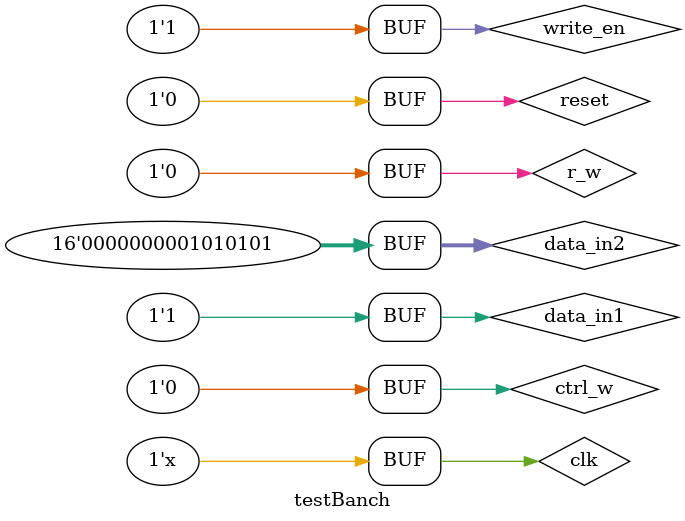
<source format=v>
`timescale 1ns / 1ps
module testBanch(
    );
    reg data_in1;
    reg [15:0] data_in2;
    reg r_w;
    reg ctrl_w;
    reg reset;
    reg clk;
    reg write_en;
    wire data_out1;
    wire [15:0] data_out2;
    wire data_ready;
    wire receive_ready;
    initial begin
        data_in1 = 0;
        data_in2 = 16'b0000_0000_0000_0000;
        r_w = 1'bz;
        ctrl_w = 1;
        reset = 1;
        clk = 0;
        write_en = 0;
        // ÖÃÁã
        reset = 0;
        #1 reset = 1;
        // ²âÊÔ²¢Èë´®³ö
        #10 r_w = 1;
        ctrl_w = 1;
        data_in2 = 16'b0101_0101_0101_0101;
        #5 write_en = 1;
        // ²âÊÔ´®Èë²¢³ö
        #35 r_w = 0; 
        reset = 0;
        #1 reset = 1;
        data_in1 = 0;
        #2 data_in1 = 1;
        #2 data_in1 = 0;
        #2 data_in1 = 1;
        #2 data_in1 = 0;
        #2 data_in1 = 1;
        #2 data_in1 = 0;
        #2 data_in1 = 1;
        #2 data_in1 = 0;
        #2 data_in1 = 1;
        #2 data_in1 = 0;
        #2 data_in1 = 1;
        #2 data_in1 = 0;
        #2 data_in1 = 1;
        #2 data_in1 = 0;
        #2 data_in1 = 1;
        #5 write_en = 1;
        #2 reset = 0;
        #1 reset = 1;
        r_w = 1; 
        ctrl_w = 0;
        data_in2 = 16'b0000_0000_0101_0101;
        #20 reset = 0;
        #1 reset = 1; 
        r_w = 0; 
        data_in1 = 0;
        #2 data_in1 = 1;
        #2 data_in1 = 0;
        #2 data_in1 = 1;
        #2 data_in1 = 0;
        #2 data_in1 = 1;
        #2 data_in1 = 0;
        #2 data_in1 = 1;
        #6 reset = 0;
    end
    always
        #1 clk = ~clk;
    sbTrans u1(data_in1,data_in2[15:0],r_w,ctrl_w,reset,clk,write_en,data_out1,data_out2[15:0],data_ready,receive_ready);
endmodule
</source>
